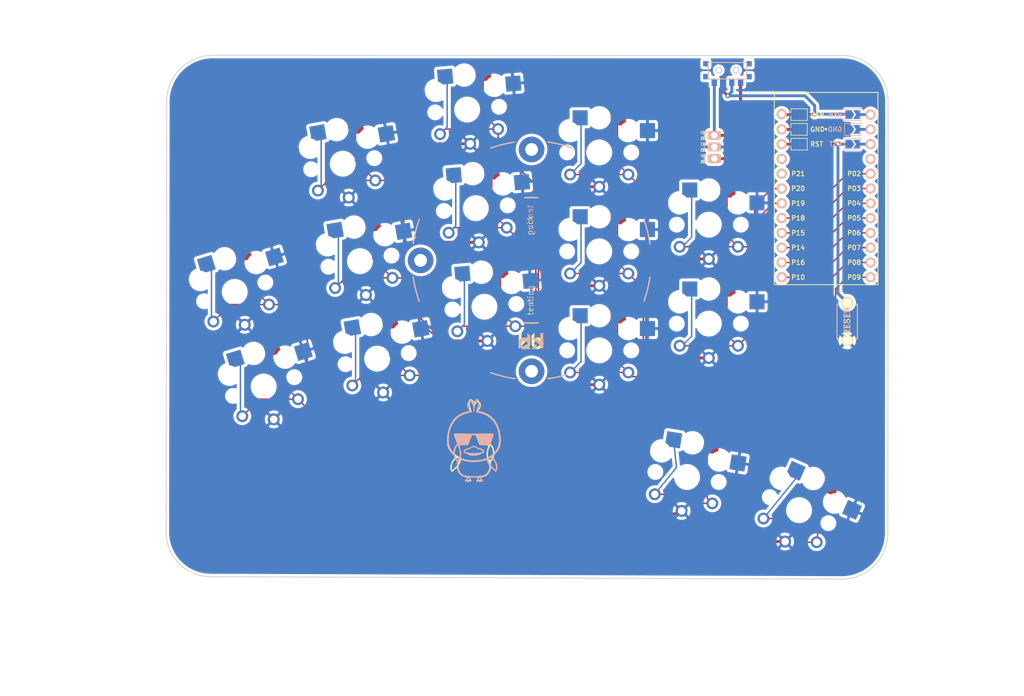
<source format=kicad_pcb>
(kicad_pcb (version 20211014) (generator pcbnew)
  (title_block (title "board") (rev "v1.0.0") (company "Unknown"))
  (layers (0 "F.Cu" signal) (31 "B.Cu" signal) (34 "B.Paste" user) (35 "F.Paste" user) (36 "B.SilkS" user "B.Silkscreen") (37 "F.SilkS" user "F.Silkscreen") (38 "B.Mask" user) (39 "F.Mask" user) (44 "Edge.Cuts" user))
  (net 0 "")
  (net 1 "P6")
  (net 2 "GND")
  (net 3 "P5")
  (net 4 "P4")
  (net 5 "P3")
  (net 6 "P2")
  (net 7 "P18")
  (net 8 "P15")
  (net 9 "P14")
  (net 10 "P16")
  (net 11 "P10")
  (net 12 "P19")
  (net 13 "P20")
  (net 14 "P21")
  (net 15 "P7")
  (net 16 "P8")
  (net 17 "P9")
  (net 18 "RAW")
  (net 19 "RST")
  (net 20 "Braw")
  (footprint "kbd:ResetSW" (layer "F.Cu") (at 157.969791 -77.623254 90)
    (fp_text reference "B1" hide)
    (fp_text value "")
  )
  (footprint "PG1350" (layer "F.Cu") (at 71.38711 -104.745067 10)
    (fp_text reference "S11" hide)
    (fp_text value "" hide)
  )
  (footprint "PG1350" (layer "F.Cu") (at 149.714791 -45.238254 156)
    (fp_text reference "S34" hide)
    (fp_text value "" hide)
  )
  (footprint "PG1350" (layer "F.Cu") (at 94.221643 -97.114167 5)
    (fp_text reference "S15" hide)
    (fp_text value "" hide)
  )
  (footprint "PG1350" (layer "F.Cu") (at 115.411087 -89.686017)
    (fp_text reference "S21" hide)
    (fp_text value "" hide)
  )
  (footprint "PG1350" (layer "F.Cu") (at 77.291148 -71.261603 -170)
    (fp_text reference "S8" hide)
    (fp_text value "" hide)
  )
  (footprint "PG1350" (layer "F.Cu") (at 95.703291 -80.178857 -175)
    (fp_text reference "S14" hide)
    (fp_text value "" hide)
  )
  (footprint "PG1350" (layer "F.Cu") (at 115.411087 -72.686017 180)
    (fp_text reference "S20" hide)
    (fp_text value "" hide)
  )
  (footprint "PG1350" (layer "F.Cu") (at 134.21828 -77.278852 180)
    (fp_text reference "S28" hide)
    (fp_text value "" hide)
  )
  (footprint "PG1350" (layer "F.Cu") (at 134.21828 -94.278852)
    (fp_text reference "S29" hide)
    (fp_text value "" hide)
  )
  (footprint "lib:bat" (layer "F.Cu") (at 135.161176 -107.61467 -90)
    (fp_text reference "PAD1" hide)
    (fp_text value "" hide)
  )
  (footprint "LOGO" (layer "F.Cu") (at 93.819755 -55.859733)
    (fp_text reference "G***" hide)
    (fp_text value "LOGO" hide)
  )
  (footprint "PG1350" (layer "F.Cu") (at 149.714791 -45.238254 -24)
    (fp_text reference "S33" hide)
    (fp_text value "" hide)
  )
  (footprint "PG1350" (layer "F.Cu") (at 77.291148 -71.261603 10)
    (fp_text reference "S7" hide)
    (fp_text value "" hide)
  )
  (footprint "PG1350" (layer "F.Cu") (at 52.842259 -82.729963 17)
    (fp_text reference "S5" hide)
    (fp_text value "" hide)
  )
  (footprint "PG1350" (layer "F.Cu") (at 134.21828 -77.278852)
    (fp_text reference "S27" hide)
    (fp_text value "" hide)
  )
  (footprint "PG1350" (layer "F.Cu") (at 74.339129 -88.003335 10)
    (fp_text reference "S9" hide)
    (fp_text value "" hide)
  )
  (footprint "PG1350" (layer "F.Cu") (at 94.221643 -97.114167 -175)
    (fp_text reference "S16" hide)
    (fp_text value "" hide)
  )
  (footprint "PG1350" (layer "F.Cu") (at 134.21828 -94.278852 180)
    (fp_text reference "S30" hide)
    (fp_text value "" hide)
  )
  (footprint "PG1350" (layer "F.Cu") (at 95.703291 -80.178857 5)
    (fp_text reference "S13" hide)
    (fp_text value "" hide)
  )
  (footprint "PG1350" (layer "F.Cu") (at 115.411087 -106.686017 180)
    (fp_text reference "S24" hide)
    (fp_text value "" hide)
  )
  (footprint "E73:SPDT_C128955" (layer "F.Cu") (at 137.419791 -120.803254)
    (fp_text reference "T1" hide)
    (fp_text value "" hide)
  )
  (footprint "PG1350" (layer "F.Cu") (at 92.739996 -114.049477 5)
    (fp_text reference "S17" hide)
    (fp_text value "" hide)
  )
  (footprint "PG1350" (layer "F.Cu") (at 57.812578 -66.472782 -163)
    (fp_text reference "S4" hide)
    (fp_text value "" hide)
  )
  (footprint "PG1350" (layer "F.Cu") (at 74.339129 -88.003335 -170)
    (fp_text reference "S10" hide)
    (fp_text value "" hide)
  )
  (footprint "PG1350" (layer "F.Cu") (at 115.411087 -89.686017 180)
    (fp_text reference "S22" hide)
    (fp_text value "" hide)
  )
  (footprint "E73:SPDT_C128955" (layer "F.Cu") (at 137.419791 -120.803254)
    (fp_text reference "T2" hide)
    (fp_text value "" hide)
  )
  (footprint "PG1350" (layer "F.Cu") (at 130.476118 -50.937009 -9)
    (fp_text reference "S31" hide)
    (fp_text value "" hide)
  )
  (footprint "ProMicro" (layer "F.Cu") (at 154.357213 -99.213254 -90)
    (fp_text reference "MCU1" hide)
    (fp_text value "" hide)
  )
  (footprint "PG1350" (layer "F.Cu") (at 57.812578 -66.472782 17)
    (fp_text reference "S3" hide)
    (fp_text value "" hide)
  )
  (footprint "PG1350" (layer "F.Cu") (at 130.476118 -50.937009 171)
    (fp_text reference "S32" hide)
    (fp_text value "" hide)
  )
  (footprint "Alaa:Tenting_Puck_3_Holes" (layer "F.Cu") (at 103.79722 -88.141427)
    (fp_text reference "REF**")
    (fp_text value "Tenting Puck")
  )
  (footprint "PG1350" (layer "F.Cu") (at 71.38711 -104.745067 -170)
    (fp_text reference "S12" hide)
    (fp_text value "" hide)
  )
  (footprint "PG1350" (layer "F.Cu") (at 115.411087 -106.686017)
    (fp_text reference "S23" hide)
    (fp_text value "" hide)
  )
  (footprint "PG1350" (layer "F.Cu") (at 52.842259 -82.729963 -163)
    (fp_text reference "S6" hide)
    (fp_text value "" hide)
  )
  (footprint "PG1350" (layer "F.Cu") (at 115.411087 -72.686017)
    (fp_text reference "S19" hide)
    (fp_text value "" hide)
  )
  (footprint "PG1350" (layer "F.Cu") (at 92.739996 -114.049477 -175)
    (fp_text reference "S18" hide)
    (fp_text value "" hide)
  )
  (footprint "LOGO" (layer "B.Cu") (at 93.98 -55.88 180)
    (fp_text reference "G***" hide)
    (fp_text value "LOGO" hide)
  )
  (gr_line (start 157.373271 -123.349983) (end 48.779334 -123.36481) (layer "Edge.Cuts") (width 0.15))
  (gr_arc (start 164.948263 -41.009332) (mid 162.628869 -35.71328) (end 157.334791 -33.389332) (layer "Edge.Cuts") (width 0.15))
  (gr_line (start 41.165862 -115.74481) (end 41.071041 -41.428254) (layer "Edge.Cuts") (width 0.15))
  (gr_arc (start 48.691041 -33.808254) (mid 43.311577 -36.04879) (end 41.071041 -41.428254) (layer "Edge.Cuts") (width 0.15))
  (gr_line (start 164.948263 -41.009332) (end 164.993271 -115.736511) (layer "Edge.Cuts") (width 0.15))
  (gr_line (start 157.334791 -33.389332) (end 48.691041 -33.808254) (layer "Edge.Cuts") (width 0.15))
  (gr_arc (start 157.373271 -123.349983) (mid 162.669331 -121.030581) (end 164.993271 -115.736511) (layer "Edge.Cuts") (width 0.15))
  (gr_arc (start 41.165862 -115.74481) (mid 43.485264 -121.04087) (end 48.779334 -123.36481) (layer "Edge.Cuts") (width 0.15))
  (segment (start 147.293059 -65.010791) (end 124.592825 -65.010791) (width 0.25) (layer "F.Cu") (net 1))
  (segment (start 124.592825 -65.010791) (end 121.686138 -62.104105) (width 0.25) (layer "F.Cu") (net 1))
  (segment (start 58.734795 -80.557863) (end 52.095465 -80.557863) (width 0.25) (layer "F.Cu") (net 1))
  (segment (start 54.234545 -89.377494) (end 54.234545 -85.058113) (width 0.25) (layer "F.Cu") (net 1))
  (segment (start 52.095465 -80.557863) (end 49.171748 -77.634146) (width 0.25) (layer "F.Cu") (net 1))
  (segment (start 109.813673 -62.104105) (end 106.982862 -64.934916) (width 0.25) (layer "F.Cu") (net 1))
  (segment (start 121.686138 -62.104105) (end 109.813673 -62.104105) (width 0.25) (layer "F.Cu") (net 1))
  (segment (start 54.234545 -85.058113) (end 58.734795 -80.557863) (width 0.25) (layer "F.Cu") (net 1))
  (segment (start 63.479549 -80.557863) (end 58.734795 -80.557863) (width 0.25) (layer "F.Cu") (net 1))
  (segment (start 161.977213 -92.863254) (end 157.969791 -92.863254) (width 0.25) (layer "F.Cu") (net 1))
  (segment (start 154.628374 -72.346106) (end 147.293059 -65.010791) (width 0.25) (layer "F.Cu") (net 1))
  (segment (start 106.982862 -64.934916) (end 101.130724 -64.934916) (width 0.25) (layer "F.Cu") (net 1))
  (segment (start 154.628374 -89.521837) (end 154.628374 -72.346106) (width 0.25) (layer "F.Cu") (net 1))
  (segment (start 81.024544 -63.5) (end 71.12 -63.5) (width 0.25) (layer "F.Cu") (net 1))
  (segment (start 157.969791 -92.863254) (end 154.628374 -89.521837) (width 0.25) (layer "F.Cu") (net 1))
  (segment (start 101.130724 -64.934916) (end 94.028116 -72.037521) (width 0.25) (layer "F.Cu") (net 1))
  (segment (start 71.12 -63.5) (end 65.297412 -69.322588) (width 0.25) (layer "F.Cu") (net 1))
  (segment (start 94.028116 -72.037521) (end 89.562066 -72.037521) (width 0.25) (layer "F.Cu") (net 1))
  (segment (start 65.297412 -78.74) (end 63.479549 -80.557863) (width 0.25) (layer "F.Cu") (net 1))
  (segment (start 65.297412 -69.322588) (end 65.297412 -78.74) (width 0.25) (layer "F.Cu") (net 1))
  (segment (start 89.562066 -72.037521) (end 81.024544 -63.5) (width 0.25) (layer "F.Cu") (net 1))
  (segment (start 47.655954 -88.184596) (end 48.856953 -86.983597) (width 0.25) (layer "B.Cu") (net 1))
  (segment (start 48.856953 -86.983597) (end 48.856953 -78.356283) (width 0.25) (layer "B.Cu") (net 1))
  (segment (start 108.15356 -75.418544) (end 107.136087 -76.436017) (width 0.5) (layer "F.Cu") (net 2))
  (segment (start 63.384822 -105.421809) (end 62.586645 -106.219986) (width 0.5) (layer "F.Cu") (net 2))
  (segment (start 96.21751 -74.301308) (end 89.760656 -74.301308) (width 0.5) (layer "F.Cu") (net 2))
  (segment (start 134.21828 -88.378852) (end 127.851901 -88.378852) (width 0.5) (layer "F.Cu") (net 2))
  (segment (start 63.384822 -100.80225) (end 63.384822 -105.421809) (width 0.5) (layer "F.Cu") (net 2))
  (segment (start 128.490798 -71.378852) (end 125.94328 -73.92637) (width 0.5) (layer "F.Cu") (net 2))
  (segment (start 75.363653 -82.192969) (end 74.347654 -81.17697) (width 0.5) (layer "F.Cu") (net 2))
  (segment (start 115.411087 -66.786017) (end 109.81576 -66.786017) (width 0.5) (layer "F.Cu") (net 2))
  (segment (start 125.94328 -90.287473) (end 125.94328 -98.028852) (width 0.5) (layer "F.Cu") (net 2))
  (segment (start 108.15356 -68.448217) (end 108.15356 -75.418544) (width 0.5) (layer "F.Cu") (net 2))
  (segment (start 62.586645 -106.219986) (end 62.586645 -107.001157) (width 0.5) (layer "F.Cu") (net 2))
  (segment (start 66.26837 -97.918702) (end 63.384822 -100.80225) (width 0.5) (layer "F.Cu") (net 2))
  (segment (start 74.347654 -81.17697) (end 68.485407 -81.17697) (width 0.5) (layer "F.Cu") (net 2))
  (segment (start 71.813295 -64.435238) (end 68.490683 -67.75785) (width 0.5) (layer "F.Cu") (net 2))
  (segment (start 89.760656 -74.301308) (end 87.132946 -76.929018) (width 0.5) (layer "F.Cu") (net 2))
  (segment (start 109.81576 -66.786017) (end 108.15356 -68.448217) (width 0.5) (layer "F.Cu") (net 2))
  (segment (start 49.917361 -65.987885) (end 48.802762 -67.102484) (width 0.5) (layer "F.Cu") (net 2))
  (segment (start 143.680465 -51.683244) (end 143.680465 -52.029795) (width 0.5) (layer "F.Cu") (net 2))
  (segment (start 122.409791 -46.944111) (end 122.409791 -55.455499) (width 0.5) (layer "F.Cu") (net 2))
  (segment (start 59.537571 -60.830584) (end 58.196209 -59.489222) (width 0.5) (layer "F.Cu") (net 2))
  (segment (start 77.299673 -64.435238) (end 71.813295 -64.435238) (width 0.5) (layer "F.Cu") (net 2))
  (segment (start 115.411087 -83.786017) (end 108.973745 -83.786017) (width 0.5) (layer "F.Cu") (net 2))
  (segment (start 78.315672 -65.451237) (end 77.299673 -64.435238) (width 0.5) (layer "F.Cu") (net 2))
  (segment (start 58.196209 -59.489222) (end 53.137791 -59.489222) (width 0.5) (layer "F.Cu") (net 2))
  (segment (start 71.395635 -97.918702) (end 66.26837 -97.918702) (width 0.5) (layer "F.Cu") (net 2))
  (segment (start 147.315045 -39.848335) (end 144.94471 -39.848335) (width 0.5) (layer "F.Cu") (net 2))
  (segment (start 53.137791 -59.489222) (end 49.917361 -62.709652) (width 0.5) (layer "F.Cu") (net 2))
  (segment (start 134.21828 -71.378852) (end 128.490798 -71.378852) (width 0.5) (layer "F.Cu") (net 2))
  (segment (start 107.136087 -103.216201) (end 107.136087 -110.436017) (width 0.5) (layer "F.Cu") (net 2))
  (segment (start 86.601289 -108.171928) (end 86.570217 -108.140856) (width 0.5) (layer "F.Cu") (net 2))
  (segment (start 93.254215 -108.171928) (end 86.601289 -108.171928) (width 0.5) (layer "F.Cu") (net 2))
  (segment (start 115.411087 -100.786017) (end 109.566271 -100.786017) (width 0.5) (layer "F.Cu") (net 2))
  (segment (start 68.485407 -81.17697) (end 65.538664 -84.123713) (width 0.5) (layer "F.Cu") (net 2))
  (segment (start 85.651298 -93.599163) (end 85.651298 -100.128683) (width 0.5) (layer "F.Cu") (net 2))
  (segment (start 124.750648 -44.603254) (end 122.409791 -46.944111) (width 0.5) (layer "F.Cu") (net 2))
  (segment (start 65.538664 -84.123713) (end 65.538664 -90.259425) (width 0.5) (layer "F.Cu") (net 2))
  (segment (start 122.409791 -55.455499) (end 122.889627 -55.935335) (width 0.5) (layer "F.Cu") (net 2))
  (segment (start 48.802762 -67.102484) (end 48.802762 -67.639549) (width 0.5) (layer "F.Cu") (net 2))
  (segment (start 154.256703 -110.643254) (end 150.44369 -110.643254) (width 0.5) (layer "F.Cu") (net 2))
  (segment (start 108.15356 -76.015027) (end 107.136087 -77.0325) (width 0.5) (layer "F.Cu") (net 2))
  (segment (start 109.566271 -100.786017) (end 107.136087 -103.216201) (width 0.5) (layer "F.Cu") (net 2))
  (segment (start 94.735862 -91.236618) (end 88.013843 -91.236618) (width 0.5) (layer "F.Cu") (net 2))
  (segment (start 48.232895 -75.218284) (end 44.864298 -78.586881) (width 0.5) (layer "F.Cu") (net 2))
  (segment (start 87.132946 -76.929018) (end 87.132946 -83.193373) (width 0.5) (layer "F.Cu") (net 2))
  (segment (start 88.013843 -91.236618) (end 85.651298 -93.599163) (width 0.5) (layer "F.Cu") (net 2))
  (segment (start 108.973745 -83.786017) (end 107.136087 -85.623675) (width 0.5) (layer "F.Cu") (net 2))
  (segment (start 154.304587 -110.691138) (end 154.256703 -110.643254) (width 0.5) (layer "F.Cu") (net 2))
  (segment (start 127.851901 -88.378852) (end 125.94328 -90.287473) (width 0.5) (layer "F.Cu") (net 2))
  (segment (start 44.864298 -78.586881) (end 44.864298 -82.864875) (width 0.5) (layer "F.Cu") (net 2))
  (segment (start 86.570217 -108.140856) (end 84.169651 -110.541422) (width 0.5) (layer "F.Cu") (net 2))
  (segment (start 54.567252 -77.087765) (end 52.697771 -75.218284) (width 0.5) (layer "F.Cu") (net 2))
  (segment (start 72.411634 -98.934701) (end 71.395635 -97.918702) (width 0.5) (layer "F.Cu") (net 2))
  (segment (start 144.94471 -39.848335) (end 141.266015 -43.52703) (width 0.5) (layer "F.Cu") (net 2))
  (segment (start 68.490683 -67.75785) (end 68.490683 -73.517693) (width 0.5) (layer "F.Cu") (net 2))
  (segment (start 52.697771 -75.218284) (end 48.232895 -75.218284) (width 0.5) (layer "F.Cu") (net 2))
  (segment (start 141.266015 -43.52703) (end 141.266015 -49.268794) (width 0.5) (layer "F.Cu") (net 2))
  (segment (start 107.136087 -85.623675) (end 107.136087 -93.436017) (width 0.5) (layer "F.Cu") (net 2))
  (segment (start 129.553156 -45.109647) (end 129.046763 -44.603254) (width 0.5) (layer "F.Cu") (net 2))
  (segment (start 141.266015 -49.268794) (end 143.680465 -51.683244) (width 0.5) (layer "F.Cu") (net 2))
  (segment (start 44.864298 -82.864875) (end 43.832443 -83.89673) (width 0.5) (layer "F.Cu") (net 2))
  (segment (start 129.046763 -44.603254) (end 124.750648 -44.603254) (width 0.5) (layer "F.Cu") (net 2))
  (segment (start 49.917361 -62.709652) (end 49.917361 -65.987885) (width 0.5) (layer "F.Cu") (net 2))
  (segment (start 125.94328 -73.92637) (end 125.94328 -81.028852) (width 0.5) (layer "F.Cu") (net 2))
  (segment (start 84.169651 -110.541422) (end 84.169651 -117.063993) (width 0.5) (layer "F.Cu") (net 2))
  (via (at 154.304587 -110.691138) (size 0.8) (drill 0.4) (layers "F.Cu" "B.Cu") (net 2))
  (segment (start 141.543276 -109.114806) (end 140.04314 -107.61467) (width 0.5) (layer "B.Cu") (net 2))
  (segment (start 152.841907 -110.691138) (end 148.444791 -115.088254) (width 0.5) (layer "B.Cu") (net 2))
  (segment (start 154.304587 -110.691138) (end 152.841907 -110.691138) (width 0.5) (layer "B.Cu") (net 2))
  (segment (start 154.329345 -110.66638) (end 154.352471 -110.643254) (width 0.5) (layer "B.Cu") (net 2))
  (segment (start 142.737125 -115.088254) (end 141.543276 -113.894405) (width 0.5) (layer "B.Cu") (net 2))
  (segment (start 148.444791 -115.088254) (end 142.737125 -115.088254) (width 0.5) (layer "B.Cu") (net 2))
  (segment (start 141.543276 -113.894405) (end 141.543276 -109.114806) (width 0.5) (layer "B.Cu") (net 2))
  (segment (start 154.352471 -110.643254) (end 158.19369 -110.643254) (width 0.5) (layer "B.Cu") (net 2))
  (segment (start 140.04314 -107.61467) (end 135.161176 -107.61467) (width 0.5) (layer "B.Cu") (net 2))
  (segment (start 154.178854 -72.532303) (end 154.178854 -80.140845) (width 0.25) (layer "F.Cu") (net 3))
  (segment (start 154.159791 -80.159908) (end 154.159791 -91.593254) (width 0.25) (layer "F.Cu") (net 3))
  (segment (start 82.87505 -68.387574) (end 85.2764 -68.387574) (width 0.25) (layer "F.Cu") (net 3))
  (segment (start 109.999871 -62.553625) (end 121.499941 -62.553625) (width 0.25) (layer "F.Cu") (net 3))
  (segment (start 94.214315 -72.487041) (end 101.31692 -65.384436) (width 0.25) (layer "F.Cu") (net 3))
  (segment (start 79.483187 -71.779437) (end 82.87505 -68.387574) (width 0.25) (layer "F.Cu") (net 3))
  (segment (start 107.16906 -65.384436) (end 109.999871 -62.553625) (width 0.25) (layer "F.Cu") (net 3))
  (segment (start 89.375867 -72.487041) (end 94.214315 -72.487041) (width 0.25) (layer "F.Cu") (net 3))
  (segment (start 157.969791 -95.403254) (end 161.977213 -95.403254) (width 0.25) (layer "F.Cu") (net 3))
  (segment (start 82.87505 -68.387574) (end 74.763453 -68.387574) (width 0.25) (layer "F.Cu") (net 3))
  (segment (start 79.483187 -77.689907) (end 79.483187 -71.779437) (width 0.25) (layer "F.Cu") (net 3))
  (segment (start 124.406628 -65.460311) (end 147.106862 -65.460311) (width 0.25) (layer "F.Cu") (net 3))
  (segment (start 74.763453 -68.387574) (end 73.026972 -66.651093) (width 0.25) (layer "F.Cu") (net 3))
  (segment (start 147.106862 -65.460311) (end 154.178854 -72.532303) (width 0.25) (layer "F.Cu") (net 3))
  (segment (start 121.499941 -62.553625) (end 124.406628 -65.460311) (width 0.25) (layer "F.Cu") (net 3))
  (segment (start 85.2764 -68.387574) (end 89.375867 -72.487041) (width 0.25) (layer "F.Cu") (net 3))
  (segment (start 101.31692 -65.384436) (end 107.16906 -65.384436) (width 0.25) (layer "F.Cu") (net 3))
  (segment (start 154.159791 -91.593254) (end 157.969791 -95.403254) (width 0.25) (layer "F.Cu") (net 3))
  (segment (start 154.178854 -80.140845) (end 154.159791 -80.159908) (width 0.25) (layer "F.Cu") (net 3))
  (segment (start 73.59045 -67.214571) (end 73.026972 -66.651093) (width 0.25) (layer "B.Cu") (net 3))
  (segment (start 73.032696 -76.552511) (end 73.59045 -75.994757) (width 0.25) (layer "B.Cu") (net 3))
  (segment (start 73.59045 -75.994757) (end 73.59045 -67.214571) (width 0.25) (layer "B.Cu") (net 3))
  (segment (start 76.531168 -88.521169) (end 79.923031 -85.129306) (width 0.25) (layer "F.Cu") (net 4))
  (segment (start 157.969791 -97.943254) (end 161.977213 -97.943254) (width 0.25) (layer "F.Cu") (net 4))
  (segment (start 76.531168 -94.431639) (end 76.531168 -88.521169) (width 0.25) (layer "F.Cu") (net 4))
  (segment (start 101.503117 -65.833956) (end 107.355257 -65.833956) (width 0.25) (layer "F.Cu") (net 4))
  (segment (start 153.698572 -72.687741) (end 153.698572 -93.672035) (width 0.25) (layer "F.Cu") (net 4))
  (segment (start 124.220427 -65.909831) (end 146.920664 -65.909831) (width 0.25) (layer "F.Cu") (net 4))
  (segment (start 94.400512 -72.936561) (end 101.503117 -65.833956) (width 0.25) (layer "F.Cu") (net 4))
  (segment (start 110.186071 -63.003145) (end 121.313741 -63.003145) (width 0.25) (layer "F.Cu") (net 4))
  (segment (start 89.382986 -72.936561) (end 94.400512 -72.936561) (width 0.25) (layer "F.Cu") (net 4))
  (segment (start 84.38648 -82.617802) (end 84.38648 -77.933067) (width 0.25) (layer "F.Cu") (net 4))
  (segment (start 121.313741 -63.003145) (end 124.220427 -65.909831) (width 0.25) (layer "F.Cu") (net 4))
  (segment (start 79.923031 -85.129306) (end 71.811434 -85.129306) (width 0.25) (layer "F.Cu") (net 4))
  (segment (start 107.355257 -65.833956) (end 110.186071 -63.003145) (width 0.25) (layer "F.Cu") (net 4))
  (segment (start 79.923031 -85.129306) (end 81.874976 -85.129306) (width 0.25) (layer "F.Cu") (net 4))
  (segment (start 84.38648 -77.933067) (end 89.382986 -72.936561) (width 0.25) (layer "F.Cu") (net 4))
  (segment (start 146.920664 -65.909831) (end 153.698572 -72.687741) (width 0.25) (layer "F.Cu") (net 4))
  (segment (start 71.811434 -85.129306) (end 70.074953 -83.392825) (width 0.25) (layer "F.Cu") (net 4))
  (segment (start 81.874976 -85.129306) (end 84.38648 -82.617802) (width 0.25) (layer "F.Cu") (net 4))
  (segment (start 153.698572 -93.672035) (end 157.969791 -97.943254) (width 0.25) (layer "F.Cu") (net 4))
  (segment (start 70.638431 -83.956303) (end 70.074953 -83.392825) (width 0.25) (layer "B.Cu") (net 4))
  (segment (start 70.638431 -92.736489) (end 70.638431 -83.956303) (width 0.25) (layer "B.Cu") (net 4))
  (segment (start 70.080677 -93.294243) (end 70.638431 -92.736489) (width 0.25) (layer "B.Cu") (net 4))
  (segment (start 68.859415 -101.871038) (end 67.122934 -100.134557) (width 0.25) (layer "F.Cu") (net 5))
  (segment (start 81.858703 -99.573497) (end 81.858703 -85.781297) (width 0.25) (layer "F.Cu") (net 5))
  (segment (start 146.734466 -66.359351) (end 153.249052 -72.873938) (width 0.25) (layer "F.Cu") (net 5))
  (segment (start 101.689314 -66.283476) (end 107.541455 -66.283476) (width 0.25) (layer "F.Cu") (net 5))
  (segment (start 153.249052 -95.762515) (end 157.969791 -100.483254) (width 0.25) (layer "F.Cu") (net 5))
  (segment (start 124.03423 -66.359351) (end 146.734466 -66.359351) (width 0.25) (layer "F.Cu") (net 5))
  (segment (start 73.579149 -111.173371) (end 73.579149 -105.262901) (width 0.25) (layer "F.Cu") (net 5))
  (segment (start 79.561162 -101.871038) (end 81.858703 -99.573497) (width 0.25) (layer "F.Cu") (net 5))
  (segment (start 76.971012 -101.871038) (end 79.561162 -101.871038) (width 0.25) (layer "F.Cu") (net 5))
  (segment (start 107.541455 -66.283476) (end 110.372268 -63.452665) (width 0.25) (layer "F.Cu") (net 5))
  (segment (start 84.836 -78.119265) (end 89.569184 -73.386081) (width 0.25) (layer "F.Cu") (net 5))
  (segment (start 157.969791 -100.483254) (end 161.977213 -100.483254) (width 0.25) (layer "F.Cu") (net 5))
  (segment (start 89.569184 -73.386081) (end 94.586709 -73.386081) (width 0.25) (layer "F.Cu") (net 5))
  (segment (start 76.971012 -101.871038) (end 68.859415 -101.871038) (width 0.25) (layer "F.Cu") (net 5))
  (segment (start 153.249052 -72.873938) (end 153.249052 -95.762515) (width 0.25) (layer "F.Cu") (net 5))
  (segment (start 84.836 -82.804) (end 84.836 -78.119265) (width 0.25) (layer "F.Cu") (net 5))
  (segment (start 81.858703 -85.781297) (end 84.836 -82.804) (width 0.25) (layer "F.Cu") (net 5))
  (segment (start 73.579149 -105.262901) (end 76.971012 -101.871038) (width 0.25) (layer "F.Cu") (net 5))
  (segment (start 94.586709 -73.386081) (end 101.689314 -66.283476) (width 0.25) (layer "F.Cu") (net 5))
  (segment (start 121.127543 -63.452665) (end 124.03423 -66.359351) (width 0.25) (layer "F.Cu") (net 5))
  (segment (start 110.372268 -63.452665) (end 121.127543 -63.452665) (width 0.25) (layer "F.Cu") (net 5))
  (segment (start 67.686412 -100.698035) (end 67.122934 -100.134557) (width 0.25) (layer "B.Cu") (net 5))
  (segment (start 67.128658 -110.035975) (end 67.686412 -109.478221) (width 0.25) (layer "B.Cu") (net 5))
  (segment (start 67.686412 -109.478221) (end 67.686412 -100.698035) (width 0.25) (layer "B.Cu") (net 5))
  (segment (start 91.925067 -76.829096) (end 91.053509 -75.957538) (width 0.25) (layer "F.Cu") (net 6))
  (segment (start 157.969791 -103.023254) (end 161.977213 -103.023254) (width 0.25) (layer "F.Cu") (net 6))
  (segment (start 101.015456 -76.829096) (end 98.447252 -79.3973) (width 0.25) (layer "F.Cu") (net 6))
  (segment (start 98.447252 -79.3973) (end 98.447252 -86.391651) (width 0.25) (layer "F.Cu") (net 6))
  (segment (start 152.799532 -73.060135) (end 152.799532 -97.852995) (width 0.25) (layer "F.Cu") (net 6))
  (segment (start 102.844128 -76.829096) (end 104.07916 -75.594064) (width 0.25) (layer "F.Cu") (net 6))
  (segment (start 104.07916 -73.484347) (end 106.68 -70.883507) (width 0.25) (layer "F.Cu") (net 6))
  (segment (start 106.68 -70.883507) (end 106.680001 -67.780648) (width 0.25) (layer "F.Cu") (net 6))
  (segment (start 120.941347 -63.902185) (end 123.848033 -66.808871) (width 0.25) (layer "F.Cu") (net 6))
  (segment (start 104.07916 -75.594064) (end 104.07916 -73.484347) (width 0.25) (layer "F.Cu") (net 6))
  (segment (start 106.680001 -67.780648) (end 110.558465 -63.902185) (width 0.25) (layer "F.Cu") (net 6))
  (segment (start 101.015456 -76.829096) (end 91.925067 -76.829096) (width 0.25) (layer "F.Cu") (net 6))
  (segment (start 101.015456 -76.829096) (end 102.844128 -76.829096) (width 0.25) (layer "F.Cu") (net 6))
  (segment (start 152.799532 -97.852995) (end 157.969791 -103.023254) (width 0.25) (layer "F.Cu") (net 6))
  (segment (start 110.558465 -63.902185) (end 120.941347 -63.902185) (width 0.25) (layer "F.Cu") (net 6))
  (segment (start 123.848033 -66.808871) (end 146.548268 -66.808871) (width 0.25) (layer "F.Cu") (net 6))
  (segment (start 146.548268 -66.808871) (end 152.799532 -73.060135) (width 0.25) (layer "F.Cu") (net 6))
  (segment (start 92.270004 -77.174033) (end 91.053509 -75.957538) (width 0.25) (layer "B.Cu") (net 6))
  (segment (start 91.922177 -85.82078) (end 92.270004 -85.472953) (width 0.25) (layer "B.Cu") (net 6))
  (segment (start 92.270004 -85.472953) (end 92.270004 -77.174033) (width 0.25) (layer "B.Cu") (net 6))
  (segment (start 149.079791 -95.403254) (end 146.737213 -95.403254) (width 0.25) (layer "F.Cu") (net 7))
  (segment (start 146.36207 -67.258391) (end 152.350012 -73.246333) (width 0.25) (layer "F.Cu") (net 7))
  (segment (start 99.533808 -93.764406) (end 90.443419 -93.764406) (width 0.25) (layer "F.Cu") (net 7))
  (segment (start 96.965604 -96.33261) (end 99.533808 -93.764406) (width 0.25) (layer "F.Cu") (net 7))
  (segment (start 104.52868 -88.769534) (end 104.52868 -73.670546) (width 0.25) (layer "F.Cu") (net 7))
  (segment (start 110.744662 -64.351705) (end 120.755149 -64.351705) (width 0.25) (layer "F.Cu") (net 7))
  (segment (start 152.350012 -92.133033) (end 149.079791 -95.403254) (width 0.25) (layer "F.Cu") (net 7))
  (segment (start 120.755149 -64.351705) (end 123.661836 -67.258391) (width 0.25) (layer "F.Cu") (net 7))
  (segment (start 96.965604 -103.326961) (end 96.965604 -96.33261) (width 0.25) (layer "F.Cu") (net 7))
  (segment (start 107.12952 -71.069705) (end 107.12952 -67.966846) (width 0.25) (layer "F.Cu") (net 7))
  (segment (start 123.661836 -67.258391) (end 146.36207 -67.258391) (width 0.25) (layer "F.Cu") (net 7))
  (segment (start 107.392843 -67.703524) (end 110.744662 -64.351705) (width 0.25) (layer "F.Cu") (net 7))
  (segment (start 107.12952 -67.966846) (end 107.392843 -67.703524) (width 0.25) (layer "F.Cu") (net 7))
  (segment (start 90.443419 -93.764406) (end 89.571861 -92.892848) (width 0.25) (layer "F.Cu") (net 7))
  (segment (start 104.52868 -73.670546) (end 107.12952 -71.069705) (width 0.25) (layer "F.Cu") (net 7))
  (segment (start 99.533808 -93.764406) (end 104.52868 -88.769534) (width 0.25) (layer "F.Cu") (net 7))
  (segment (start 152.350012 -73.246333) (end 152.350012 -92.133033) (width 0.25) (layer "F.Cu") (net 7))
  (segment (start 90.788356 -94.109343) (end 89.571861 -92.892848) (width 0.25) (layer "B.Cu") (net 7))
  (segment (start 90.440529 -102.75609) (end 90.788356 -102.408263) (width 0.25) (layer "B.Cu") (net 7))
  (segment (start 90.788356 -102.408263) (end 90.788356 -94.109343) (width 0.25) (layer "B.Cu") (net 7))
  (segment (start 104.9782 -100.61575) (end 104.9782 -73.856744) (width 0.25) (layer "F.Cu") (net 8))
  (segment (start 151.900492 -90.042553) (end 149.079791 -92.863254) (width 0.25) (layer "F.Cu") (net 8))
  (segment (start 107.57904 -71.255902) (end 107.57904 -68.153044) (width 0.25) (layer "F.Cu") (net 8))
  (segment (start 95.483957 -120.262271) (end 95.483957 -113.26792) (width 0.25) (layer "F.Cu") (net 8))
  (segment (start 110.930859 -64.801225) (end 120.568951 -64.801225) (width 0.25) (layer "F.Cu") (net 8))
  (segment (start 104.9782 -73.856744) (end 107.57904 -71.255902) (width 0.25) (layer "F.Cu") (net 8))
  (segment (start 107.57904 -68.153044) (end 110.930859 -64.801225) (width 0.25) (layer "F.Cu") (net 8))
  (segment (start 151.900492 -73.432531) (end 151.900492 -90.042553) (width 0.25) (layer "F.Cu") (net 8))
  (segment (start 98.052161 -110.699716) (end 98.052161 -107.541789) (width 0.25) (layer "F.Cu") (net 8))
  (segment (start 88.961772 -110.699716) (end 88.090214 -109.828158) (width 0.25) (layer "F.Cu") (net 8))
  (segment (start 149.079791 -92.863254) (end 146.737213 -92.863254) (width 0.25) (layer "F.Cu") (net 8))
  (segment (start 146.175872 -67.707911) (end 151.900492 -73.432531) (width 0.25) (layer "F.Cu") (net 8))
  (segment (start 123.475639 -67.707911) (end 146.175872 -67.707911) (width 0.25) (layer "F.Cu") (net 8))
  (segment (start 98.052161 -110.699716) (end 88.961772 -110.699716) (width 0.25) (layer "F.Cu") (net 8))
  (segment (start 95.483957 -113.26792) (end 98.052161 -110.699716) (width 0.25) (layer "F.Cu") (net 8))
  (segment (start 98.052161 -107.541789) (end 104.9782 -100.61575) (width 0.25) (layer "F.Cu") (net 8))
  (segment (start 120.568951 -64.801225) (end 123.475639 -67.707911) (width 0.25) (layer "F.Cu") (net 8))
  (segment (start 89.306709 -111.044653) (end 88.090214 -109.828158) (width 0.25) (layer "B.Cu") (net 8))
  (segment (start 89.306709 -119.343573) (end 89.306709 -111.044653) (width 0.25) (layer "B.Cu") (net 8))
  (segment (start 88.958882 -119.6914) (end 89.306709 -119.343573) (width 0.25) (layer "B.Cu") (net 8))
  (segment (start 120.411087 -68.886017) (end 110.411087 -68.886017) (width 0.25) (layer "F.Cu") (net 9))
  (segment (start 118.536566 -78.486496) (end 118.536566 -70.760538) (width 0.25) (layer "F.Cu") (net 9))
  (segment (start 149.079791 -90.323254) (end 151.450972 -87.952073) (width 0.25) (layer "F.Cu") (net 9))
  (segment (start 121.128314 -68.16879) (end 120.411087 -68.886017) (width 0.25) (layer "F.Cu") (net 9))
  (segment (start 118.536566 -70.760538) (end 120.411087 -68.886017) (width 0.25) (layer "F.Cu") (net 9))
  (segment (start 146.001033 -68.16879) (end 121.128314 -68.16879) (width 0.25) (layer "F.Cu") (net 9))
  (segment (start 151.450972 -73.618729) (end 146.001033 -68.16879) (width 0.25) (layer "F.Cu") (net 9))
  (segment (start 146.737213 -90.323254) (end 149.079791 -90.323254) (width 0.25) (layer "F.Cu") (net 9))
  (segment (start 151.450972 -87.952073) (end 151.450972 -73.618729) (width 0.25) (layer "F.Cu") (net 9))
  (segment (start 118.686087 -78.636017) (end 118.536566 -78.486496) (width 0.25) (layer "F.Cu") (net 9))
  (segment (start 112.285608 -79.029475) (end 112.285608 -70.760538) (width 0.25) (layer "B.Cu") (net 9))
  (segment (start 112.285608 -70.760538) (end 110.411087 -68.886017) (width 0.25) (layer "B.Cu") (net 9))
  (segment (start 118.536566 -87.760538) (end 120.411087 -85.886017) (width 0.25) (layer "F.Cu") (net 10))
  (segment (start 120.411087 -85.886017) (end 122.966194 -83.33091) (width 0.25) (layer "F.Cu") (net 10))
  (segment (start 110.411087 -85.886017) (end 120.411087 -85.886017) (width 0.25) (layer "F.Cu") (net 10))
  (segment (start 122.966194 -83.33091) (end 122.966194 -69.188523) (width 0.25) (layer "F.Cu") (net 10))
  (segment (start 123.536407 -68.61831) (end 145.814835 -68.61831) (width 0.25) (layer "F.Cu") (net 10))
  (segment (start 118.536566 -95.486496) (end 118.536566 -87.760538) (width 0.25) (layer "F.Cu") (net 10))
  (segment (start 149.079791 -87.783254) (end 146.737213 -87.783254) (width 0.25) (layer "F.Cu") (net 10))
  (segment (start 151.001452 -73.804926) (end 151.001452 -85.861593) (width 0.25) (layer "F.Cu") (net 10))
  (segment (start 122.966194 -69.188523) (end 123.536407 -68.61831) (width 0.25) (layer "F.Cu") (net 10))
  (segment (start 145.814835 -68.61831) (end 151.001452 -73.804926) (width 0.25) (layer "F.Cu") (net 10))
  (segment (start 118.686087 -95.636017) (end 118.536566 -95.486496) (width 0.25) (layer "F.Cu") (net 10))
  (segment (start 151.001452 -85.861593) (end 149.079791 -87.783254) (width 0.25) (layer "F.Cu") (net 10))
  (segment (start 112.285608 -96.029475) (end 112.285608 -87.760538) (width 0.25) (layer "B.Cu") (net 10))
  (segment (start 112.285608 -87.760538) (end 110.411087 -85.886017) (width 0.25) (layer "B.Cu") (net 10))
  (segment (start 150.551932 -83.771113) (end 149.079791 -85.243254) (width 0.25) (layer "F.Cu") (net 11))
  (segment (start 118.536566 -112.486496) (end 118.536566 -104.760538) (width 0.25) (layer "F.Cu") (net 11))
  (segment (start 150.551932 -73.991124) (end 150.551932 -83.771113) (width 0.25) (layer "F.Cu") (net 11))
  (segment (start 120.411087 -102.886017) (end 123.415714 -99.88139) (width 0.25) (layer "F.Cu") (net 11))
  (segment (start 120.411087 -102.886017) (end 110.411087 -102.886017) (width 0.25) (layer "F.Cu") (net 11))
  (segment (start 123.415714 -69.445978) (end 123.793862 -69.06783) (width 0.25) (layer "F.Cu") (net 11))
  (segment (start 118.686087 -112.636017) (end 118.536566 -112.486496) (width 0.25) (layer "F.Cu") (net 11))
  (segment (start 123.415714 -99.88139) (end 123.415714 -69.445978) (width 0.25) (layer "F.Cu") (net 11))
  (segment (start 149.079791 -85.243254) (end 146.737213 -85.243254) (width 0.25) (layer "F.Cu") (net 11))
  (segment (start 145.628638 -69.06783) (end 150.551932 -73.991124) (width 0.25) (layer "F.Cu") (net 11))
  (segment (start 123.793862 -69.06783) (end 145.628638 -69.06783) (width 0.25) (layer "F.Cu") (net 11))
  (segment (start 118.536566 -104.760538) (end 120.411087 -102.886017) (width 0.25) (layer "F.Cu") (net 11))
  (segment (start 112.285608 -104.760538) (end 110.411087 -102.886017) (width 0.25) (layer "B.Cu") (net 11))
  (segment (start 112.285608 -113.029475) (end 112.285608 -104.760538) (width 0.25) (layer "B.Cu") (net 11))
  (segment (start 137.343759 -75.353373) (end 137.343759 -83.079331) (width 0.25) (layer "F.Cu") (net 12))
  (segment (start 139.21828 -73.478852) (end 137.343759 -75.353373) (width 0.25) (layer "F.Cu") (net 12))
  (segment (start 137.343759 -83.079331) (end 137.49328 -83.228852) (width 0.25) (layer "F.Cu") (net 12))
  (segment (start 142.540891 -95.227517) (end 145.256628 -97.943254) (width 0.25) (layer "F.Cu") (net 12))
  (segment (start 142.540891 -76.801463) (end 142.540891 -95.227517) (width 0.25) (layer "F.Cu") (net 12))
  (segment (start 139.21828 -73.478852) (end 142.540891 -76.801463) (width 0.25) (layer "F.Cu") (net 12))
  (segment (start 129.21828 -73.478852) (end 139.21828 -73.478852) (width 0.25) (layer "F.Cu") (net 12))
  (segment (start 145.256628 -97.943254) (end 146.737213 -97.943254) (width 0.25) (layer "F.Cu") (net 12))
  (segment (start 131.272946 -75.102108) (end 129.078705 -72.907867) (width 0.25) (layer "B.Cu") (net 12))
  (segment (start 131.272946 -82.188626) (end 131.272946 -75.102108) (width 0.25) (layer "B.Cu") (net 12))
  (segment (start 130.803705 -82.657867) (end 131.272946 -82.188626) (width 0.25) (layer "B.Cu") (net 12))
  (segment (start 137.343759 -92.353373) (end 137.343759 -100.079331) (width 0.25) (layer "F.Cu") (net 13))
  (segment (start 137.343759 -100.079331) (end 137.49328 -100.228852) (width 0.25) (layer "F.Cu") (net 13))
  (segment (start 139.21828 -90.478852) (end 137.343759 -92.353373) (width 0.25) (layer "F.Cu") (net 13))
  (segment (start 145.049107 -100.483254) (end 146.737213 -100.483254) (width 0.25) (layer "F.Cu") (net 13))
  (segment (start 139.21828 -90.478852) (end 140.928549 -90.478852) (width 0.25) (layer "F.Cu") (net 13))
  (segment (start 142.091371 -97.525518) (end 145.049107 -100.483254) (width 0.25) (layer "F.Cu") (net 13))
  (segment (start 140.928549 -90.478852) (end 142.091371 -91.641674) (width 0.25) (layer "F.Cu") (net 13))
  (segment (start 129.21828 -90.478852) (end 139.21828 -90.478852) (width 0.25) (layer "F.Cu") (net 13))
  (segment (start 142.091371 -91.641674) (end 142.091371 -97.525518) (width 0.25) (layer "F.Cu") (net 13))
  (segment (start 131.272946 -99.188626) (end 131.272946 -92.102108) (width 0.25) (layer "B.Cu") (net 13))
  (segment (start 129.64969 -90.478852) (end 129.21828 -90.478852) (width 0.25) (layer "B.Cu") (net 13))
  (segment (start 131.272946 -92.102108) (end 129.64969 -90.478852) (width 0.25) (layer "B.Cu") (net 13))
  (segment (start 130.803705 -99.657867) (end 131.272946 -99.188626) (width 0.25) (layer "B.Cu") (net 13))
  (segment (start 124.779023 -64.561271) (end 121.872335 -61.654585) (width 0.25) (layer "F.Cu") (net 15))
  (segment (start 64.955316 -63.05048) (end 63.705114 -64.300682) (width 0.25) (layer "F.Cu") (net 15))
  (segment (start 81.210741 -63.05048) (end 64.955316 -63.05048) (width 0.25) (layer "F.Cu") (net 15))
  (segment (start 161.977213 -90.323254) (end 157.969791 -90.323254) (width 0.25) (layer "F.Cu") (net 15))
  (segment (start 59.204864 -68.800932) (end 63.705114 -64.300682) (width 0.25) (layer "F.Cu") (net 15))
  (segment (start 100.944526 -64.485396) (end 93.841919 -71.588001) (width 0.25) (layer "F.Cu") (net 15))
  (segment (start 106.796665 -64.485396) (end 100.944526 -64.485396) (width 0.25) (layer "F.Cu") (net 15))
  (segment (start 155.077894 -72.159908) (end 147.479256 -64.561271) (width 0.25) (layer "F.Cu") (net 15))
  (segment (start 89.748263 -71.588001) (end 81.210741 -63.05048) (width 0.25) (layer "F.Cu") (net 15))
  (segment (start 157.969791 -90.323254) (end 155.077894 -87.431357) (width 0.25) (layer "F.Cu") (net 15))
  (segment (start 155.077894 -87.431357) (end 155.077894 -72.159908) (width 0.25) (layer "F.Cu") (net 15))
  (segment (start 63.705114 -64.300682) (end 57.065784 -64.300682) (width 0.25) (layer "F.Cu") (net 15))
  (segment (start 109.627476 -61.654585) (end 106.796665 -64.485396) (width 0.25) (layer "F.Cu") (net 15))
  (segment (start 147.479256 -64.561271) (end 124.779023 -64.561271) (width 0.25) (layer "F.Cu") (net 15))
  (segment (start 57.065784 -64.300682) (end 54.142067 -61.376965) (width 0.25) (layer "F.Cu") (net 15))
  (segment (start 93.841919 -71.588001) (end 89.748263 -71.588001) (width 0.25) (layer "F.Cu") (net 15))
  (segment (start 121.872335 -61.654585) (end 109.627476 -61.654585) (width 0.25) (layer "F.Cu") (net 15))
  (segment (start 59.204864 -73.120313) (end 59.204864 -68.800932) (width 0.25) (layer "F.Cu") (net 15))
  (segment (start 52.626273 -71.927415) (end 53.827272 -70.726416) (width 0.25) (layer "B.Cu") (net 15))
  (segment (start 53.827272 -70.726416) (end 53.827272 -62.099102) (width 0.25) (layer "B.Cu") (net 15))
  (segment (start 133.94584 -55.605688) (end 133.94584 -47.27589) (width 0.25) (layer "F.Cu") (net 16))
  (segment (start 134.820109 -46.401621) (end 131.400442 -46.401621) (width 0.25) (layer "F.Cu") (net 16))
  (segment (start 161.977213 -87.783254) (end 157.969791 -87.783254) (width 0.25) (layer "F.Cu") (net 16))
  (segment (start 134.641583 -56.301431) (end 133.94584 -55.605688) (width 0.25) (layer "F.Cu") (net 16))
  (segment (start 133.94584 -47.27589) (end 134.820109 -46.401621) (width 0.25) (layer "F.Cu") (net 16))
  (segment (start 155.527414 -71.97371) (end 147.665453 -64.111751) (width 0.25) (layer "F.Cu") (net 16))
  (segment (start 147.665453 -64.111751) (end 140.648288 -64.111751) (width 0.25) (layer "F.Cu") (net 16))
  (segment (start 140.648288 -64.111751) (end 134.641582 -58.105045) (width 0.25) (layer "F.Cu") (net 16))
  (segment (start 129.836098 -47.965965) (end 124.943226 -47.965965) (width 0.25) (layer "F.Cu") (net 16))
  (segment (start 131.400442 -46.401621) (end 129.836098 -47.965965) (width 0.25) (layer "F.Cu") (net 16))
  (segment (start 134.641582 -58.105045) (end 134.641582 -56.301432) (width 0.25) (layer "F.Cu") (net 16))
  (segment (start 155.527414 -85.340877) (end 155.527414 -71.97371) (width 0.25) (layer "F.Cu") (net 16))
  (segment (start 157.969791 -87.783254) (end 155.527414 -85.340877) (width 0.25) (layer "F.Cu") (net 16))
  (segment (start 128.172224 -57.326077) (end 128.672038 -52.570665) (width 0.25) (layer "B.Cu") (net 16))
  (segment (start 128.672038 -52.570665) (end 124.943226 -47.965965) (width 0.25) (layer "B.Cu") (net 16))
  (segment (start 157.969791 -85.243254) (end 155.976934 -83.250397) (width 0.25) (layer "F.Cu") (net 17))
  (segment (start 155.976934 -83.250397) (end 155.976934 -71.787512) (width 0.25) (layer "F.Cu") (net 17))
  (segment (start 146.072581 -43.800464) (end 143.601465 -43.800464) (width 0.25) (layer "F.Cu") (net 17))
  (segment (start 150.139947 -39.733098) (end 146.072581 -43.800464) (width 0.25) (layer "F.Cu") (net 17))
  (segment (start 161.977213 -85.243254) (end 157.969791 -85.243254) (width 0.25) (layer "F.Cu") (net 17))
  (segment (start 152.889791 -39.88597) (end 152.736919 -39.733098) (width 0.25) (layer "F.Cu") (net 17))
  (segment (start 155.126735 -70.937314) (end 155.126735 -49.341787) (width 0.25) (layer "F.Cu") (net 17))
  (segment (start 155.126735 -49.341787) (end 152.889791 -47.104843) (width 0.25) (layer "F.Cu") (net 17))
  (segment (start 152.889791 -47.104843) (end 152.889791 -39.88597) (width 0.25) (layer "F.Cu") (net 17))
  (segment (start 152.736919 -39.733098) (end 150.139947 -39.733098) (width 0.25) (layer "F.Cu") (net 17))
  (segment (start 155.976934 -71.787512) (end 155.126735 -70.937314) (width 0.25) (layer "F.Cu") (net 17))
  (segment (start 149.269738 -50.800199) (end 143.601465 -43.800464) (width 0.25) (layer "B.Cu") (net 17))
  (segment (start 149.143013 -52.005911) (end 149.269738 -50.800199) (width 0.25) (layer "B.Cu") (net 17))
  (segment (start 152.372041 -113.225896) (end 150.419502 -113.225896) (width 0.5) (layer "F.Cu") (net 18))
  (segment (start 136.669791 -117.217982) (end 137.471818 -116.415955) (width 0.5) (layer "F.Cu") (net 18))
  (segment (start 152.4 -113.253855) (end 152.372041 -113.225896) (width 0.5) (layer "F.Cu") (net 18))
  (segment (start 136.669791 -118.728254) (end 136.669791 -117.217982) (width 0.5) (layer "F.Cu") (net 18))
  (via (at 152.4 -113.253855) (size 0.8) (drill 0.4) (layers "F.Cu" "B.Cu") (net 18))
  (via (at 137.471818 -116.415955) (size 0.8) (drill 0.4) (layers "F.Cu" "B.Cu") (net 18))
  (segment (start 158.19369 -113.183254) (end 158.123089 -113.253855) (width 0.5) (layer "B.Cu") (net 18))
  (segment (start 158.123089 -113.253855) (end 152.4 -113.253855) (width 0.5) (layer "B.Cu") (net 18))
  (segment (start 138.169791 -117.113928) (end 137.471818 -116.415955) (width 0.5) (layer "B.Cu") (net 18))
  (segment (start 152.4 -114.73345) (end 152.4 -113.253855) (width 0.5) (layer "B.Cu") (net 18))
  (segment (start 137.471818 -116.415955) (end 150.717495 -116.415955) (width 0.5) (layer "B.Cu") (net 18))
  (segment (start 150.717495 -116.415955) (end 152.4 -114.73345) (width 0.5) (layer "B.Cu") (net 18))
  (segment (start 138.169791 -118.728254) (end 138.169791 -117.113928) (width 0.5) (layer "B.Cu") (net 18))
  (segment (start 150.466332 -108.125896) (end 150.44369 -108.103254) (width 0.5) (layer "F.Cu") (net 19))
  (segment (start 156.389782 -108.147058) (end 156.36862 -108.125896) (width 0.5) (layer "F.Cu") (net 19))
  (segment (start 156.36862 -108.125896) (end 150.466332 -108.125896) (width 0.5) (layer "F.Cu") (net 19))
  (via (at 156.389782 -108.147058) (size 0.8) (drill 0.4) (layers "F.Cu" "B.Cu") (net 19))
  (segment (start 157.969791 -80.873254) (end 156.389782 -82.453263) (width 0.5) (layer "B.Cu") (net 19))
  (segment (start 156.433586 -108.103254) (end 158.19369 -108.103254) (width 0.5) (layer "B.Cu") (net 19))
  (segment (start 156.389782 -108.147058) (end 156.433586 -108.103254) (width 0.5) (layer "B.Cu") (net 19))
  (segment (start 156.389782 -82.453263) (end 156.389782 -108.147058) (width 0.5) (layer "B.Cu") (net 19))
  (segment (start 139.669791 -118.728254) (end 139.669791 -108.321707) (width 0.5) (layer "F.Cu") (net 20))
  (segment (start 137.421493 -109.61467) (end 135.161176 -109.61467) (width 0.5) (layer "F.Cu") (net 20))
  (segment (start 139.669791 -118.728254) (end 139.669791 -111.862968) (width 0.5) (layer "F.Cu") (net 20))
  (segment (start 139.669791 -108.321707) (end 136.962754 -105.61467) (width 0.5) (layer "F.Cu") (net 20))
  (segment (start 139.669791 -111.862968) (end 137.421493 -109.61467) (width 0.5) (layer "F.Cu") (net 20))
  (segment (start 136.962754 -105.61467) (end 135.161176 -105.61467) (width 0.5) (layer "F.Cu") (net 20))
  (segment (start 135.169791 -118.728254) (end 135.169791 -109.623285) (width 0.5) (layer "B.Cu") (net 20))
  (segment (start 135.169791 -109.623285) (end 135.161176 -109.61467) (width 0.5) (layer "B.Cu") (net 20))
  (zone (net 2) (net_name "GND") (layer "B.Cu") (connect_pads (clearance 0.508)) (min_thickness 0.254) (fill yes (thermal_gap 0.508) (thermal_bridge_width 0.508))
    (polygon (pts (xy 185.274791 -132.868254) (xy 188.341 -13.2842) (xy 15.094791 -16.028254) (xy 12.554791 -132.868254) (xy 86.7918 -132.868254)))
  )
)
</source>
